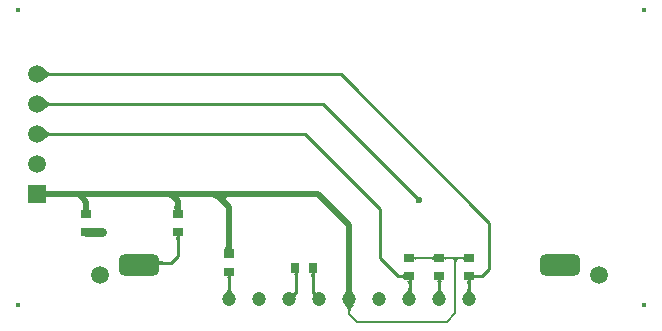
<source format=gbl>
G04*
G04 #@! TF.GenerationSoftware,Altium Limited,Altium Designer,22.4.2 (48)*
G04*
G04 Layer_Physical_Order=2*
G04 Layer_Color=16711680*
%FSLAX25Y25*%
%MOIN*%
G70*
G04*
G04 #@! TF.SameCoordinates,3C072E9B-22AA-40BF-B50C-96CCD76C562D*
G04*
G04*
G04 #@! TF.FilePolarity,Positive*
G04*
G01*
G75*
%ADD10C,0.01000*%
%ADD11C,0.00787*%
G04:AMPARAMS|DCode=18|XSize=133.86mil|YSize=70.87mil|CornerRadius=17.72mil|HoleSize=0mil|Usage=FLASHONLY|Rotation=0.000|XOffset=0mil|YOffset=0mil|HoleType=Round|Shape=RoundedRectangle|*
%AMROUNDEDRECTD18*
21,1,0.13386,0.03543,0,0,0.0*
21,1,0.09843,0.07087,0,0,0.0*
1,1,0.03543,0.04921,-0.01772*
1,1,0.03543,-0.04921,-0.01772*
1,1,0.03543,-0.04921,0.01772*
1,1,0.03543,0.04921,0.01772*
%
%ADD18ROUNDEDRECTD18*%
%ADD19C,0.01575*%
%ADD20C,0.04724*%
%ADD21C,0.05906*%
%ADD22R,0.05906X0.05906*%
%ADD23C,0.02362*%
%ADD24R,0.03740X0.03150*%
%ADD25R,0.03150X0.03740*%
%ADD26C,0.03150*%
%ADD27C,0.01968*%
%ADD28C,0.01500*%
G36*
X18454Y88698D02*
X19029Y88197D01*
X19301Y87993D01*
X19563Y87821D01*
X19816Y87680D01*
X20058Y87570D01*
X20290Y87492D01*
X20513Y87445D01*
X20725Y87429D01*
Y86429D01*
X20513Y86414D01*
X20290Y86366D01*
X20058Y86288D01*
X19816Y86178D01*
X19563Y86037D01*
X19301Y85865D01*
X19029Y85661D01*
X18454Y85160D01*
X18152Y84862D01*
Y88996D01*
X18454Y88698D01*
D02*
G37*
G36*
Y78698D02*
X19029Y78197D01*
X19301Y77993D01*
X19563Y77821D01*
X19816Y77680D01*
X20058Y77570D01*
X20290Y77492D01*
X20513Y77445D01*
X20725Y77429D01*
Y76429D01*
X20513Y76414D01*
X20290Y76366D01*
X20058Y76288D01*
X19816Y76178D01*
X19563Y76037D01*
X19301Y75865D01*
X19029Y75661D01*
X18454Y75160D01*
X18152Y74862D01*
Y78996D01*
X18454Y78698D01*
D02*
G37*
G36*
Y68698D02*
X19029Y68197D01*
X19301Y67993D01*
X19563Y67821D01*
X19816Y67680D01*
X20058Y67570D01*
X20290Y67492D01*
X20513Y67445D01*
X20725Y67429D01*
Y66429D01*
X20513Y66413D01*
X20290Y66366D01*
X20058Y66288D01*
X19816Y66178D01*
X19563Y66037D01*
X19301Y65865D01*
X19029Y65661D01*
X18454Y65160D01*
X18152Y64862D01*
Y68996D01*
X18454Y68698D01*
D02*
G37*
G36*
X80230Y45945D02*
X79870Y45931D01*
X79577Y45889D01*
X79352Y45820D01*
X79193Y45722D01*
X79102Y45597D01*
X79078Y45444D01*
X79121Y45263D01*
X79232Y45054D01*
X79409Y44817D01*
X79654Y44553D01*
X76870D01*
X76586Y44817D01*
X76290Y45054D01*
X75983Y45263D01*
X75664Y45444D01*
X75334Y45597D01*
X74992Y45722D01*
X74639Y45820D01*
X74274Y45889D01*
X73898Y45931D01*
X73510Y45945D01*
X75886Y47913D01*
X80230Y45945D01*
D02*
G37*
G36*
X63985Y43512D02*
X64011Y43177D01*
X64055Y42882D01*
X64116Y42626D01*
X64195Y42409D01*
X64291Y42232D01*
X64405Y42094D01*
X64536Y41996D01*
X64684Y41937D01*
X64850Y41917D01*
X61134D01*
X61300Y41937D01*
X61449Y41996D01*
X61580Y42094D01*
X61693Y42232D01*
X61789Y42409D01*
X61868Y42626D01*
X61929Y42882D01*
X61973Y43177D01*
X61999Y43512D01*
X62008Y43886D01*
X63976D01*
X63985Y43512D01*
D02*
G37*
G36*
X63897Y32691D02*
X63812Y32661D01*
X63737Y32610D01*
X63672Y32539D01*
X63617Y32448D01*
X63572Y32337D01*
X63537Y32205D01*
X63512Y32054D01*
X63497Y31881D01*
X63492Y31689D01*
X62492D01*
X62487Y31881D01*
X62472Y32054D01*
X62447Y32205D01*
X62412Y32337D01*
X62367Y32448D01*
X62312Y32539D01*
X62247Y32610D01*
X62172Y32661D01*
X62087Y32691D01*
X61992Y32701D01*
X63992D01*
X63897Y32691D01*
D02*
G37*
G36*
X81014Y30026D02*
X81043Y29689D01*
X81093Y29393D01*
X81161Y29135D01*
X81250Y28918D01*
X81358Y28739D01*
X81486Y28600D01*
X81634Y28501D01*
X81801Y28441D01*
X81988Y28421D01*
X78359Y28433D01*
X78487Y28453D01*
X78602Y28512D01*
X78704Y28610D01*
X78792Y28748D01*
X78866Y28925D01*
X78927Y29142D01*
X78974Y29397D01*
X79008Y29693D01*
X79029Y30027D01*
X79035Y30401D01*
X81004D01*
X81014Y30026D01*
D02*
G37*
G36*
X80413Y27067D02*
X79626D01*
X79623Y27077D01*
X79612Y27095D01*
X79594Y27120D01*
X79499Y27241D01*
X79274Y27507D01*
X80765D01*
X80413Y27067D01*
D02*
G37*
G36*
X56773Y24916D02*
X56827Y24832D01*
X56902Y24758D01*
X56998Y24694D01*
X57113Y24639D01*
X57250Y24595D01*
X57407Y24560D01*
X57584Y24535D01*
X57782Y24521D01*
X58000Y24516D01*
X58221Y23516D01*
X58008Y23511D01*
X57821Y23496D01*
X57658Y23471D01*
X57521Y23436D01*
X57408Y23391D01*
X57320Y23336D01*
X57257Y23271D01*
X57218Y23197D01*
X57205Y23112D01*
X57216Y23017D01*
X56739Y25010D01*
X56773Y24916D01*
D02*
G37*
G36*
X108976Y20388D02*
X108891Y20358D01*
X108816Y20307D01*
X108751Y20236D01*
X108696Y20145D01*
X108651Y20034D01*
X108616Y19902D01*
X108591Y19750D01*
X108576Y19578D01*
X108571Y19386D01*
X107571D01*
X107566Y19578D01*
X107551Y19750D01*
X107526Y19902D01*
X107491Y20034D01*
X107446Y20145D01*
X107391Y20236D01*
X107326Y20307D01*
X107251Y20358D01*
X107166Y20388D01*
X107071Y20398D01*
X109071D01*
X108976Y20388D01*
D02*
G37*
G36*
X103464D02*
X103379Y20358D01*
X103304Y20307D01*
X103239Y20236D01*
X103184Y20145D01*
X103139Y20034D01*
X103104Y19902D01*
X103079Y19750D01*
X103064Y19578D01*
X103059Y19386D01*
X102059D01*
X102054Y19578D01*
X102039Y19750D01*
X102014Y19902D01*
X101979Y20034D01*
X101934Y20145D01*
X101879Y20236D01*
X101814Y20307D01*
X101739Y20358D01*
X101654Y20388D01*
X101559Y20398D01*
X103559D01*
X103464Y20388D01*
D02*
G37*
G36*
X81121Y19392D02*
X81037Y19362D01*
X80962Y19312D01*
X80897Y19242D01*
X80841Y19152D01*
X80796Y19042D01*
X80761Y18912D01*
X80737Y18762D01*
X80721Y18592D01*
X80717Y18402D01*
X79716D01*
X79712Y18592D01*
X79697Y18762D01*
X79672Y18912D01*
X79637Y19042D01*
X79592Y19152D01*
X79536Y19242D01*
X79471Y19312D01*
X79396Y19362D01*
X79312Y19392D01*
X79216Y19402D01*
X81217D01*
X81121Y19392D01*
D02*
G37*
G36*
X102913Y13780D02*
X102795Y13655D01*
X102695Y13530D01*
X102611Y13405D01*
X102543Y13280D01*
X102492Y13156D01*
X102457Y13031D01*
X102439Y12907D01*
X102438Y12784D01*
X102453Y12660D01*
X102484Y12537D01*
X100962Y14059D01*
X101085Y14028D01*
X101209Y14013D01*
X101333Y14014D01*
X101457Y14032D01*
X101581Y14067D01*
X101705Y14118D01*
X101830Y14185D01*
X101955Y14269D01*
X102080Y14370D01*
X102206Y14487D01*
X102913Y13780D01*
D02*
G37*
G36*
X80728Y15357D02*
X80763Y15168D01*
X80821Y14976D01*
X80902Y14779D01*
X81006Y14578D01*
X81134Y14373D01*
X81284Y14164D01*
X81458Y13950D01*
X81655Y13733D01*
X81876Y13512D01*
X78569Y13484D01*
X78787Y13711D01*
X79154Y14149D01*
X79303Y14361D01*
X79430Y14568D01*
X79533Y14771D01*
X79613Y14968D01*
X79671Y15161D01*
X79705Y15349D01*
X79716Y15533D01*
X80717Y15541D01*
X80728Y15357D01*
D02*
G37*
G36*
X108554Y14490D02*
X108683Y14384D01*
X108811Y14294D01*
X108939Y14220D01*
X109065Y14161D01*
X109191Y14119D01*
X109316Y14092D01*
X109440Y14081D01*
X109563Y14087D01*
X109685Y14108D01*
X108065Y12742D01*
X108106Y12856D01*
X108129Y12971D01*
X108136Y13086D01*
X108127Y13202D01*
X108100Y13318D01*
X108057Y13435D01*
X107998Y13552D01*
X107921Y13669D01*
X107827Y13787D01*
X107717Y13905D01*
X108424Y14613D01*
X108554Y14490D01*
D02*
G37*
G36*
X119843Y8065D02*
X119830Y8234D01*
X119792Y8411D01*
X119729Y8596D01*
X119641Y8790D01*
X119528Y8992D01*
X119389Y9202D01*
X119225Y9420D01*
X118822Y9881D01*
X118583Y10124D01*
X121890D01*
X121650Y9881D01*
X121247Y9420D01*
X121083Y9202D01*
X120945Y8992D01*
X120832Y8790D01*
X120743Y8596D01*
X120680Y8411D01*
X120642Y8234D01*
X120630Y8065D01*
X119843D01*
D02*
G37*
G36*
X121063Y15441D02*
X121070Y15202D01*
X121091Y14975D01*
X121127Y14760D01*
X121177Y14558D01*
X121241Y14368D01*
X121319Y14191D01*
X121411Y14026D01*
X121518Y13873D01*
X121639Y13733D01*
X121774Y13604D01*
X118474Y13384D01*
X118592Y13528D01*
X118697Y13683D01*
X118790Y13848D01*
X118871Y14024D01*
X118939Y14210D01*
X118995Y14406D01*
X119039Y14613D01*
X119070Y14830D01*
X119088Y15058D01*
X119095Y15296D01*
X121063Y15441D01*
D02*
G37*
G36*
X140854Y15508D02*
X140866Y15328D01*
X140899Y15142D01*
X140955Y14948D01*
X141033Y14749D01*
X141134Y14542D01*
X141257Y14330D01*
X141402Y14110D01*
X141570Y13884D01*
X141972Y13413D01*
X138669Y13578D01*
X138894Y13788D01*
X139274Y14198D01*
X139428Y14400D01*
X139558Y14599D01*
X139665Y14796D01*
X139748Y14991D01*
X139807Y15183D01*
X139842Y15372D01*
X139854Y15560D01*
X140854Y15508D01*
D02*
G37*
G36*
X139854Y16925D02*
X139849Y17115D01*
X139834Y17285D01*
X139809Y17435D01*
X139774Y17565D01*
X139729Y17675D01*
X139674Y17765D01*
X139609Y17835D01*
X139534Y17885D01*
X139449Y17915D01*
X139354Y17925D01*
X141354D01*
X141259Y17915D01*
X141174Y17885D01*
X141099Y17835D01*
X141034Y17765D01*
X140979Y17675D01*
X140934Y17565D01*
X140899Y17435D01*
X140874Y17285D01*
X140859Y17115D01*
X140854Y16925D01*
X139854D01*
D02*
G37*
G36*
X142785Y46411D02*
X142873Y46337D01*
X142961Y46272D01*
X143050Y46216D01*
X143139Y46168D01*
X143228Y46130D01*
X143318Y46100D01*
X143408Y46079D01*
X143499Y46066D01*
X143591Y46063D01*
X142421Y44894D01*
X142418Y44985D01*
X142406Y45076D01*
X142385Y45166D01*
X142355Y45256D01*
X142316Y45346D01*
X142269Y45435D01*
X142212Y45523D01*
X142147Y45611D01*
X142074Y45699D01*
X141991Y45786D01*
X142698Y46493D01*
X142785Y46411D01*
D02*
G37*
G36*
X148351Y24803D02*
X148343Y24878D01*
X148319Y24945D01*
X148279Y25004D01*
X148223Y25055D01*
X148151Y25098D01*
X148063Y25134D01*
X147959Y25161D01*
X147839Y25181D01*
X147703Y25193D01*
X147551Y25197D01*
Y25984D01*
X147703Y25988D01*
X147839Y26000D01*
X147959Y26020D01*
X148063Y26047D01*
X148151Y26083D01*
X148223Y26126D01*
X148279Y26177D01*
X148319Y26236D01*
X148343Y26303D01*
X148351Y26378D01*
Y24803D01*
D02*
G37*
G36*
X142110Y26303D02*
X142134Y26236D01*
X142174Y26177D01*
X142230Y26126D01*
X142302Y26083D01*
X142390Y26047D01*
X142494Y26020D01*
X142614Y26000D01*
X142750Y25988D01*
X142901Y25984D01*
Y25197D01*
X142750Y25193D01*
X142614Y25181D01*
X142494Y25161D01*
X142390Y25134D01*
X142302Y25098D01*
X142230Y25055D01*
X142174Y25004D01*
X142134Y24945D01*
X142110Y24878D01*
X142102Y24803D01*
Y26378D01*
X142110Y26303D01*
D02*
G37*
G36*
X138410Y18488D02*
X138400Y18583D01*
X138369Y18668D01*
X138319Y18743D01*
X138248Y18808D01*
X138157Y18863D01*
X138046Y18908D01*
X137914Y18943D01*
X137762Y18968D01*
X137590Y18983D01*
X137398Y18988D01*
Y19988D01*
X137590Y19993D01*
X137762Y20008D01*
X137914Y20033D01*
X138046Y20068D01*
X138157Y20113D01*
X138248Y20168D01*
X138319Y20233D01*
X138369Y20308D01*
X138400Y20393D01*
X138410Y20488D01*
Y18488D01*
D02*
G37*
G36*
X150736Y15537D02*
X150748Y15353D01*
X150782Y15165D01*
X150840Y14972D01*
X150921Y14775D01*
X151025Y14573D01*
X151152Y14367D01*
X151302Y14156D01*
X151474Y13941D01*
X151890Y13498D01*
X148583D01*
X148802Y13722D01*
X149171Y14156D01*
X149321Y14367D01*
X149448Y14573D01*
X149552Y14775D01*
X149632Y14972D01*
X149690Y15165D01*
X149725Y15353D01*
X149736Y15537D01*
X150736D01*
D02*
G37*
G36*
X149736Y16925D02*
X149731Y17115D01*
X149716Y17285D01*
X149691Y17435D01*
X149656Y17565D01*
X149611Y17675D01*
X149556Y17765D01*
X149491Y17835D01*
X149416Y17885D01*
X149331Y17915D01*
X149236Y17925D01*
X151236D01*
X151141Y17915D01*
X151056Y17885D01*
X150981Y17835D01*
X150916Y17765D01*
X150861Y17675D01*
X150816Y17565D01*
X150781Y17435D01*
X150756Y17285D01*
X150741Y17115D01*
X150736Y16925D01*
X149736D01*
D02*
G37*
G36*
X152842Y25197D02*
X152690Y25193D01*
X152555Y25181D01*
X152435Y25161D01*
X152331Y25134D01*
X152243Y25098D01*
X152171Y25055D01*
X152115Y25004D01*
X152075Y24945D01*
X152051Y24878D01*
X152043Y24803D01*
Y26378D01*
X152051Y26303D01*
X152075Y26236D01*
X152115Y26177D01*
X152171Y26126D01*
X152243Y26083D01*
X152331Y26047D01*
X152435Y26020D01*
X152555Y26000D01*
X152690Y25988D01*
X152842Y25984D01*
Y25197D01*
D02*
G37*
G36*
X155610Y25984D02*
D01*
D01*
D01*
D01*
D01*
D01*
D01*
D01*
D01*
D01*
X154429Y25197D01*
X154579Y25189D01*
X154713Y25165D01*
X154831Y25126D01*
X154933Y25071D01*
X155020Y25000D01*
X155091Y24913D01*
X155146Y24811D01*
X155185Y24693D01*
X155209Y24559D01*
X155217Y24409D01*
X156004D01*
X156012Y24559D01*
X156035Y24693D01*
X156075Y24811D01*
X156130Y24913D01*
X156201Y25000D01*
X156287Y25071D01*
X156390Y25126D01*
X156508Y25165D01*
X156642Y25189D01*
X156791Y25197D01*
X155610Y25984D01*
D02*
G37*
G36*
X160638Y15556D02*
X160650Y15370D01*
X160685Y15180D01*
X160744Y14988D01*
X160827Y14793D01*
X160933Y14595D01*
X161063Y14395D01*
X161216Y14191D01*
X161393Y13986D01*
X161594Y13777D01*
X161818Y13565D01*
X158514Y13428D01*
X158727Y13664D01*
X159087Y14118D01*
X159233Y14336D01*
X159357Y14548D01*
X159458Y14753D01*
X159537Y14953D01*
X159593Y15146D01*
X159627Y15333D01*
X159638Y15514D01*
X160638Y15556D01*
D02*
G37*
G36*
X159638Y16925D02*
X159633Y17115D01*
X159618Y17285D01*
X159593Y17435D01*
X159558Y17565D01*
X159513Y17675D01*
X159458Y17765D01*
X159393Y17835D01*
X159318Y17885D01*
X159233Y17915D01*
X159138Y17925D01*
X161138D01*
X161043Y17915D01*
X160958Y17885D01*
X160883Y17835D01*
X160818Y17765D01*
X160763Y17675D01*
X160718Y17565D01*
X160683Y17435D01*
X160658Y17285D01*
X160643Y17115D01*
X160638Y16925D01*
X159638D01*
D02*
G37*
G36*
X163094Y18988D02*
X162902Y18983D01*
X162730Y18968D01*
X162578Y18943D01*
X162447Y18908D01*
X162335Y18863D01*
X162244Y18808D01*
X162173Y18743D01*
X162123Y18668D01*
X162092Y18583D01*
X162082Y18488D01*
Y20488D01*
X162092Y20393D01*
X162123Y20308D01*
X162173Y20233D01*
X162244Y20168D01*
X162335Y20113D01*
X162447Y20068D01*
X162578Y20033D01*
X162730Y20008D01*
X162902Y19993D01*
X163094Y19988D01*
Y18988D01*
D02*
G37*
G36*
X157591Y25984D02*
X157743Y25988D01*
X157878Y26000D01*
X157998Y26020D01*
X158102Y26047D01*
X158190Y26083D01*
X158262Y26126D01*
X158318Y26177D01*
X158358Y26236D01*
X158382Y26303D01*
X158390Y26378D01*
Y24803D01*
X158382Y24878D01*
X158358Y24945D01*
X158318Y25004D01*
X158262Y25055D01*
X158190Y25098D01*
X158102Y25134D01*
X157998Y25161D01*
X157878Y25181D01*
X157743Y25193D01*
X157591Y25197D01*
Y25984D01*
D02*
G37*
D10*
X50945Y24016D02*
X60827D01*
X50157Y23228D02*
X50945Y24016D01*
X60827D02*
X62992Y26181D01*
Y34252D01*
X16043Y76929D02*
X111555D01*
X143602Y44882D01*
X150197Y19193D02*
X150236D01*
X160138Y13189D02*
X160236Y13091D01*
X160138Y13189D02*
Y19390D01*
X80216Y11430D02*
Y20965D01*
X166831Y21949D02*
Y37402D01*
X164370Y19488D02*
X166831Y21949D01*
X160236Y19488D02*
X164370D01*
X160138Y19390D02*
X160236Y19488D01*
X150236Y11811D02*
Y19193D01*
X130512Y25591D02*
Y42028D01*
X16043Y66929D02*
X105610D01*
X130512Y42028D01*
Y25591D02*
X136614Y19488D01*
X140256D01*
X117303Y86929D02*
X166831Y37402D01*
X16043Y86929D02*
X117303D01*
X140354Y11929D02*
Y18701D01*
X140256Y18799D02*
X140354Y18701D01*
X140256Y18799D02*
Y19488D01*
X108071Y14259D02*
Y22244D01*
Y14259D02*
X110236Y12094D01*
X102559Y14134D02*
Y22244D01*
X100236Y11811D02*
X102559Y14134D01*
X102165Y22244D02*
X102559D01*
D11*
X140256Y25591D02*
X150197D01*
X155610Y7283D02*
Y25591D01*
X160236D01*
X150197D02*
X155610D01*
X80020Y27067D02*
Y28150D01*
Y27067D02*
X80216Y26870D01*
X120236Y6831D02*
Y11811D01*
Y6831D02*
X122736Y4331D01*
X152657D01*
X155610Y7283D01*
D18*
X50157Y23228D02*
D03*
X190315D02*
D03*
D19*
X218504Y108268D02*
D03*
Y9843D02*
D03*
X9843Y108268D02*
D03*
Y9843D02*
D03*
D20*
X80236Y11811D02*
D03*
X90236D02*
D03*
X100236D02*
D03*
X110236D02*
D03*
X140236D02*
D03*
X150236D02*
D03*
X160236D02*
D03*
X120236D02*
D03*
X130236D02*
D03*
D21*
X203307Y20079D02*
D03*
X37165D02*
D03*
X16043Y56929D02*
D03*
Y66929D02*
D03*
Y76929D02*
D03*
Y86929D02*
D03*
D22*
Y46929D02*
D03*
D23*
X37795Y34350D02*
D03*
X143602Y44882D02*
D03*
D24*
X32579Y34350D02*
D03*
Y40256D02*
D03*
X160236Y19488D02*
D03*
X140256Y25591D02*
D03*
Y19488D02*
D03*
X150197Y25591D02*
D03*
Y19488D02*
D03*
X160236Y25591D02*
D03*
X80216Y26870D02*
D03*
Y20965D02*
D03*
X62992Y34252D02*
D03*
Y40354D02*
D03*
D25*
X108071Y22244D02*
D03*
X102165D02*
D03*
D26*
X37795Y34350D02*
X37795Y34350D01*
X32579Y34350D02*
X37795D01*
D27*
X30020Y46929D02*
X60630D01*
X16043D02*
X30020D01*
X32579Y44370D01*
Y40256D02*
Y44370D01*
X60630Y46929D02*
X68032D01*
X60630D02*
X62992Y44567D01*
Y40354D02*
Y44567D01*
X75886Y46929D02*
X109665D01*
X68032D02*
X75886D01*
X80020Y42795D01*
Y28150D02*
Y42795D01*
X120079Y12500D02*
Y36516D01*
X109665Y46929D02*
X120079Y36516D01*
D28*
X68012Y46949D02*
X68032Y46929D01*
X130236Y11811D02*
X130413Y11634D01*
M02*

</source>
